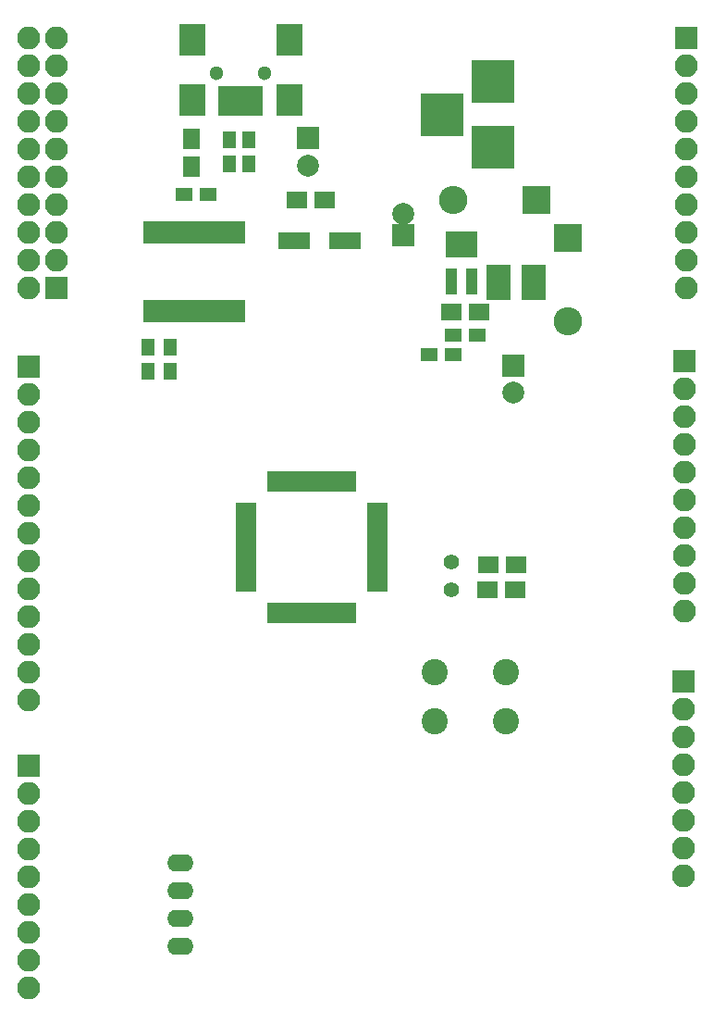
<source format=gts>
G04 #@! TF.FileFunction,Soldermask,Top*
%FSLAX46Y46*%
G04 Gerber Fmt 4.6, Leading zero omitted, Abs format (unit mm)*
G04 Created by KiCad (PCBNEW 4.0.4-stable) date 02/19/22 22:26:41*
%MOMM*%
%LPD*%
G01*
G04 APERTURE LIST*
%ADD10C,0.100000*%
%ADD11R,1.900000X1.650000*%
%ADD12R,2.000000X2.000000*%
%ADD13C,2.000000*%
%ADD14R,1.650000X1.900000*%
%ADD15R,3.900000X3.900000*%
%ADD16R,2.600000X2.600000*%
%ADD17O,2.600000X2.600000*%
%ADD18R,2.998420X1.598880*%
%ADD19R,3.000960X1.598880*%
%ADD20R,2.200000X3.300000*%
%ADD21O,2.400000X1.600000*%
%ADD22R,2.100000X2.100000*%
%ADD23O,2.100000X2.100000*%
%ADD24R,0.900000X2.700000*%
%ADD25R,2.400000X2.900000*%
%ADD26C,1.300000*%
%ADD27R,1.600000X1.300000*%
%ADD28R,1.300000X1.600000*%
%ADD29C,2.400000*%
%ADD30R,1.050000X2.400000*%
%ADD31R,1.900000X0.650000*%
%ADD32R,0.650000X1.900000*%
%ADD33R,0.850000X2.150000*%
%ADD34C,1.400000*%
G04 APERTURE END LIST*
D10*
D11*
X129356800Y-93916500D03*
X131856800Y-93916500D03*
X129433000Y-91681300D03*
X131933000Y-91681300D03*
D12*
X121615200Y-61544200D03*
D13*
X121615200Y-59544200D03*
D11*
X128580200Y-68554600D03*
X126080200Y-68554600D03*
D12*
X131724400Y-73456800D03*
D13*
X131724400Y-75956800D03*
D12*
X112953800Y-52654200D03*
D13*
X112953800Y-55154200D03*
D11*
X111932400Y-58267600D03*
X114432400Y-58267600D03*
D14*
X102260400Y-55250400D03*
X102260400Y-52750400D03*
D15*
X129895600Y-53492400D03*
X129895600Y-47492400D03*
X125195600Y-50492400D03*
D16*
X133807200Y-58293000D03*
D17*
X126187200Y-58293000D03*
D16*
X136702800Y-61772800D03*
D17*
X136702800Y-69392800D03*
D18*
X111693960Y-62001400D03*
D19*
X116296440Y-62001400D03*
D20*
X130353000Y-65811400D03*
X133553000Y-65811400D03*
D21*
X101275800Y-118900000D03*
X101275800Y-121440000D03*
X101275800Y-123980000D03*
X101275800Y-126520000D03*
D22*
X87388700Y-73520300D03*
D23*
X87388700Y-76060300D03*
X87388700Y-78600300D03*
X87388700Y-81140300D03*
X87388700Y-83680300D03*
X87388700Y-86220300D03*
X87388700Y-88760300D03*
X87388700Y-91300300D03*
X87388700Y-93840300D03*
X87388700Y-96380300D03*
X87388700Y-98920300D03*
X87388700Y-101460300D03*
X87388700Y-104000300D03*
D22*
X87388700Y-110058200D03*
D23*
X87388700Y-112598200D03*
X87388700Y-115138200D03*
X87388700Y-117678200D03*
X87388700Y-120218200D03*
X87388700Y-122758200D03*
X87388700Y-125298200D03*
X87388700Y-127838200D03*
X87388700Y-130378200D03*
D22*
X89877900Y-66319400D03*
D23*
X87337900Y-66319400D03*
X89877900Y-63779400D03*
X87337900Y-63779400D03*
X89877900Y-61239400D03*
X87337900Y-61239400D03*
X89877900Y-58699400D03*
X87337900Y-58699400D03*
X89877900Y-56159400D03*
X87337900Y-56159400D03*
X89877900Y-53619400D03*
X87337900Y-53619400D03*
X89877900Y-51079400D03*
X87337900Y-51079400D03*
X89877900Y-48539400D03*
X87337900Y-48539400D03*
X89877900Y-45999400D03*
X87337900Y-45999400D03*
X89877900Y-43459400D03*
X87337900Y-43459400D03*
D22*
X147294600Y-102311200D03*
D23*
X147294600Y-104851200D03*
X147294600Y-107391200D03*
X147294600Y-109931200D03*
X147294600Y-112471200D03*
X147294600Y-115011200D03*
X147294600Y-117551200D03*
X147294600Y-120091200D03*
D22*
X147523200Y-43484800D03*
D23*
X147523200Y-46024800D03*
X147523200Y-48564800D03*
X147523200Y-51104800D03*
X147523200Y-53644800D03*
X147523200Y-56184800D03*
X147523200Y-58724800D03*
X147523200Y-61264800D03*
X147523200Y-63804800D03*
X147523200Y-66344800D03*
D22*
X147358100Y-73037700D03*
D23*
X147358100Y-75577700D03*
X147358100Y-78117700D03*
X147358100Y-80657700D03*
X147358100Y-83197700D03*
X147358100Y-85737700D03*
X147358100Y-88277700D03*
X147358100Y-90817700D03*
X147358100Y-93357700D03*
X147358100Y-95897700D03*
D24*
X108356200Y-49282000D03*
X107556200Y-49282000D03*
X106756200Y-49282000D03*
X105956200Y-49282000D03*
X105156200Y-49282000D03*
D25*
X111206200Y-49182000D03*
X111206200Y-43682000D03*
X102306200Y-49182000D03*
X102306200Y-43682000D03*
D26*
X108956200Y-46682000D03*
X104556200Y-46682000D03*
D27*
X128430200Y-70637400D03*
X126230200Y-70637400D03*
X124045800Y-72440800D03*
X126245800Y-72440800D03*
D28*
X98298000Y-71747200D03*
X98298000Y-73947200D03*
X100279200Y-71747200D03*
X100279200Y-73947200D03*
X105765600Y-52824200D03*
X105765600Y-55024200D03*
X107492800Y-52824200D03*
X107492800Y-55024200D03*
D27*
X103741400Y-57785000D03*
X101541400Y-57785000D03*
D29*
X124536200Y-105960300D03*
X124536200Y-101460300D03*
X131036200Y-105960300D03*
X131036200Y-101460300D03*
D30*
X127950000Y-62374200D03*
X127000000Y-62374200D03*
X126050000Y-62374200D03*
X126050000Y-65794200D03*
X127950000Y-65794200D03*
D31*
X107258600Y-86305700D03*
X107258600Y-86805700D03*
X107258600Y-87305700D03*
X107258600Y-87805700D03*
X107258600Y-88305700D03*
X107258600Y-88805700D03*
X107258600Y-89305700D03*
X107258600Y-89805700D03*
X107258600Y-90305700D03*
X107258600Y-90805700D03*
X107258600Y-91305700D03*
X107258600Y-91805700D03*
X107258600Y-92305700D03*
X107258600Y-92805700D03*
X107258600Y-93305700D03*
X107258600Y-93805700D03*
D32*
X109508600Y-96055700D03*
X110008600Y-96055700D03*
X110508600Y-96055700D03*
X111008600Y-96055700D03*
X111508600Y-96055700D03*
X112008600Y-96055700D03*
X112508600Y-96055700D03*
X113008600Y-96055700D03*
X113508600Y-96055700D03*
X114008600Y-96055700D03*
X114508600Y-96055700D03*
X115008600Y-96055700D03*
X115508600Y-96055700D03*
X116008600Y-96055700D03*
X116508600Y-96055700D03*
X117008600Y-96055700D03*
D31*
X119258600Y-93805700D03*
X119258600Y-93305700D03*
X119258600Y-92805700D03*
X119258600Y-92305700D03*
X119258600Y-91805700D03*
X119258600Y-91305700D03*
X119258600Y-90805700D03*
X119258600Y-90305700D03*
X119258600Y-89805700D03*
X119258600Y-89305700D03*
X119258600Y-88805700D03*
X119258600Y-88305700D03*
X119258600Y-87805700D03*
X119258600Y-87305700D03*
X119258600Y-86805700D03*
X119258600Y-86305700D03*
D32*
X117008600Y-84055700D03*
X116508600Y-84055700D03*
X116008600Y-84055700D03*
X115508600Y-84055700D03*
X115008600Y-84055700D03*
X114508600Y-84055700D03*
X114008600Y-84055700D03*
X113508600Y-84055700D03*
X113008600Y-84055700D03*
X112508600Y-84055700D03*
X112008600Y-84055700D03*
X111508600Y-84055700D03*
X111008600Y-84055700D03*
X110508600Y-84055700D03*
X110008600Y-84055700D03*
X109508600Y-84055700D03*
D33*
X98314800Y-68446200D03*
X98964800Y-68446200D03*
X99614800Y-68446200D03*
X100264800Y-68446200D03*
X100914800Y-68446200D03*
X101564800Y-68446200D03*
X102214800Y-68446200D03*
X102864800Y-68446200D03*
X103514800Y-68446200D03*
X104164800Y-68446200D03*
X104814800Y-68446200D03*
X105464800Y-68446200D03*
X106114800Y-68446200D03*
X106764800Y-68446200D03*
X106764800Y-61246200D03*
X106114800Y-61246200D03*
X105464800Y-61246200D03*
X104814800Y-61246200D03*
X104164800Y-61246200D03*
X103514800Y-61246200D03*
X102864800Y-61246200D03*
X102214800Y-61246200D03*
X101564800Y-61246200D03*
X100914800Y-61246200D03*
X100264800Y-61246200D03*
X99614800Y-61246200D03*
X98964800Y-61246200D03*
X98314800Y-61246200D03*
D34*
X126085600Y-93916500D03*
X126085600Y-91376500D03*
M02*

</source>
